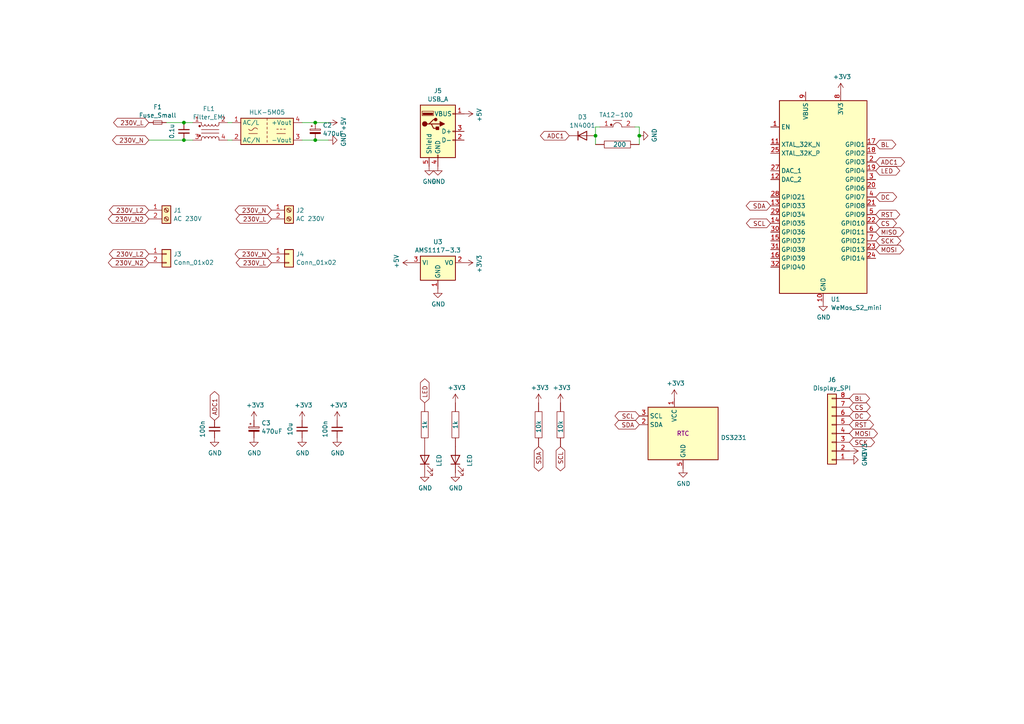
<source format=kicad_sch>
(kicad_sch (version 20250114) (generator "eeschema") (generator_version "9.0")
  (paper "A4")
  (title_block (title "PV Meter") (date "2025-05-28") (rev "4.20"))
  (lib_symbols
    (symbol "Connector:Screw_Terminal_01x02" (pin_names (offset 1.016) (hide yes))
      (property "Reference" "J" (at 0 2.54 0))
      (property "Value" "Screw_Terminal_01x02" (at 0 -5.08 0))
      (symbol "Screw_Terminal_01x02_1_1"
        (rectangle (start -1.27 1.27) (end 1.27 -3.81) (stroke (width 0.254)) (fill (type background)))
        (polyline (pts (xy -0.5334 0.3302) (xy 0.3302 -0.508)) (stroke (width 0.1524)))
        (polyline (pts (xy -0.5334 -2.2098) (xy 0.3302 -3.048)) (stroke (width 0.1524)))
        (polyline (pts (xy -0.3556 0.508) (xy 0.508 -0.3302)) (stroke (width 0.1524)))
        (polyline (pts (xy -0.3556 -2.032) (xy 0.508 -2.8702)) (stroke (width 0.1524)))
        (circle (center 0 0) (radius 0.635) (stroke (width 0.1524)))
        (circle (center 0 -2.54) (radius 0.635) (stroke (width 0.1524)))
        (pin passive line (at -5.08 0 0) (length 3.81) (name "Pin_1") (number "1"))
        (pin passive line (at -5.08 -2.54 0) (length 3.81) (name "Pin_2") (number "2"))
      )
    )
    (symbol "Connector:USB_A" (pin_names (offset 1.016))
      (property "Reference" "J" (at -5.08 11.43 0))
      (property "Value" "USB_A" (at -5.08 8.89 0))
      (symbol "USB_A_0_1"
        (rectangle (start -5.08 -7.62) (end 5.08 7.62) (stroke (width 0.254)) (fill (type background)))
        (circle (center -3.81 2.159) (radius 0.635) (stroke (width 0.254)) (fill (type outline)))
        (polyline (pts (xy -3.175 2.159) (xy -2.54 2.159) (xy -1.27 3.429) (xy -0.635 3.429)) (stroke (width 0.254)))
        (polyline (pts (xy -2.54 2.159) (xy -1.905 2.159) (xy -1.27 0.889) (xy 0 0.889)) (stroke (width 0.254)))
        (rectangle (start -1.524 4.826) (end -4.318 5.334) (fill (type outline)))
        (rectangle (start -1.27 4.572) (end -4.572 5.842))
        (circle (center -0.635 3.429) (radius 0.381) (stroke (width 0.254)) (fill (type outline)))
        (rectangle (start -0.127 -7.62) (end 0.127 -6.858))
        (rectangle (start 0.254 1.27) (end -0.508 0.508) (stroke (width 0.254)) (fill (type outline)))
        (polyline (pts (xy 0.635 2.794) (xy 0.635 1.524) (xy 1.905 2.159) (xy 0.635 2.794)) (stroke (width 0.254)) (fill (type outline)))
        (rectangle (start 5.08 4.953) (end 4.318 5.207))
        (rectangle (start 5.08 -0.127) (end 4.318 0.127))
        (rectangle (start 5.08 -2.667) (end 4.318 -2.413))
      )
      (symbol "USB_A_1_1"
        (polyline (pts (xy -1.905 2.159) (xy 0.635 2.159)) (stroke (width 0.254)))
        (pin passive line (at -2.54 -10.16 90) (length 2.54) (name "Shield") (number "5"))
        (pin power_in line (at 0 -10.16 90) (length 2.54) (name "GND") (number "4"))
        (pin power_in line (at 7.62 5.08 180) (length 2.54) (name "VBUS") (number "1"))
        (pin bidirectional line (at 7.62 0 180) (length 2.54) (name "D+") (number "3"))
        (pin bidirectional line (at 7.62 -2.54 180) (length 2.54) (name "D-") (number "2"))
      )
    )
    (symbol "Connector_Generic:Conn_01x02" (pin_names (offset 1.016) (hide yes))
      (property "Reference" "J" (at 0 2.54 0))
      (property "Value" "Conn_01x02" (at 0 -5.08 0))
      (symbol "Conn_01x02_1_1"
        (rectangle (start -1.27 1.27) (end 1.27 -3.81) (stroke (width 0.254)) (fill (type background)))
        (rectangle (start -1.27 0.127) (end 0 -0.127) (stroke (width 0.1524)))
        (rectangle (start -1.27 -2.413) (end 0 -2.667) (stroke (width 0.1524)))
        (pin passive line (at -5.08 0 0) (length 3.81) (name "Pin_1") (number "1"))
        (pin passive line (at -5.08 -2.54 0) (length 3.81) (name "Pin_2") (number "2"))
      )
    )
    (symbol "Connector_Generic:Conn_01x08" (pin_names (offset 1.016) (hide yes))
      (property "Reference" "J" (at 0 10.16 0))
      (property "Value" "Conn_01x08" (at 0 -12.7 0))
      (symbol "Conn_01x08_1_1"
        (rectangle (start -1.27 8.89) (end 1.27 -11.43) (stroke (width 0.254)) (fill (type background)))
        (rectangle (start -1.27 7.747) (end 0 7.493) (stroke (width 0.1524)))
        (rectangle (start -1.27 5.207) (end 0 4.953) (stroke (width 0.1524)))
        (rectangle (start -1.27 2.667) (end 0 2.413) (stroke (width 0.1524)))
        (rectangle (start -1.27 0.127) (end 0 -0.127) (stroke (width 0.1524)))
        (rectangle (start -1.27 -2.413) (end 0 -2.667) (stroke (width 0.1524)))
        (rectangle (start -1.27 -4.953) (end 0 -5.207) (stroke (width 0.1524)))
        (rectangle (start -1.27 -7.493) (end 0 -7.747) (stroke (width 0.1524)))
        (rectangle (start -1.27 -10.033) (end 0 -10.287) (stroke (width 0.1524)))
        (pin passive line (at -5.08 7.62 0) (length 3.81) (name "Pin_1") (number "1"))
        (pin passive line (at -5.08 5.08 0) (length 3.81) (name "Pin_2") (number "2"))
        (pin passive line (at -5.08 2.54 0) (length 3.81) (name "Pin_3") (number "3"))
        (pin passive line (at -5.08 0 0) (length 3.81) (name "Pin_4") (number "4"))
        (pin passive line (at -5.08 -2.54 0) (length 3.81) (name "Pin_5") (number "5"))
        (pin passive line (at -5.08 -5.08 0) (length 3.81) (name "Pin_6") (number "6"))
        (pin passive line (at -5.08 -7.62 0) (length 3.81) (name "Pin_7") (number "7"))
        (pin passive line (at -5.08 -10.16 0) (length 3.81) (name "Pin_8") (number "8"))
      )
    )
    (symbol "Converter_ACDC:HLK-5M05"
      (property "Reference" "PS" (at 0 5.08 0))
      (property "Value" "HLK-5M05" (at 0 -5.08 0))
      (symbol "HLK-5M05_0_1"
        (rectangle (start -7.62 3.81) (end 7.62 -3.81) (stroke (width 0.254)) (fill (type background)))
        (polyline (pts (xy -5.334 -0.635) (xy -2.794 -0.635)))
        (arc (start -4.064 0.635) (mid -4.699 0.2495) (end -5.334 0.635))
        (arc (start -4.064 0.635) (mid -3.429 1.0072) (end -2.794 0.635))
        (polyline (pts (xy 0 3.81) (xy 0 3.175)))
        (polyline (pts (xy 0 2.54) (xy 0 1.905)))
        (polyline (pts (xy 0 1.27) (xy 0 0.635)))
        (polyline (pts (xy 0 0) (xy 0 -0.635)))
        (polyline (pts (xy 0 -1.27) (xy 0 -1.905)))
        (polyline (pts (xy 0 -2.54) (xy 0 -3.175)))
        (polyline (pts (xy 2.794 0.635) (xy 3.302 0.635)))
        (polyline (pts (xy 2.794 -0.635) (xy 5.334 -0.635)))
        (polyline (pts (xy 3.81 0.635) (xy 4.318 0.635)))
        (polyline (pts (xy 4.826 0.635) (xy 5.334 0.635)))
      )
      (symbol "HLK-5M05_1_1"
        (pin power_in line (at -10.16 2.54 0) (length 2.54) (name "AC/L") (number "1"))
        (pin power_in line (at -10.16 -2.54 0) (length 2.54) (name "AC/N") (number "2"))
        (pin power_out line (at 10.16 2.54 180) (length 2.54) (name "+Vout") (number "4"))
        (pin power_out line (at 10.16 -2.54 180) (length 2.54) (name "-Vout") (number "3"))
      )
    )
    (symbol "Device:C_Polarized_Small" (pin_numbers (hide yes)) (pin_names (offset 0.254) (hide yes))
      (property "Reference" "C" (at 0.254 1.778 0))
      (property "Value" "C_Polarized_Small" (at 0.254 -2.032 0))
      (symbol "C_Polarized_Small_0_1"
        (rectangle (start -1.524 0.6858) (end 1.524 0.3048))
        (rectangle (start -1.524 -0.3048) (end 1.524 -0.6858) (fill (type outline)))
        (polyline (pts (xy -1.27 1.524) (xy -0.762 1.524)))
        (polyline (pts (xy -1.016 1.27) (xy -1.016 1.778)))
      )
      (symbol "C_Polarized_Small_1_1"
        (pin passive line (at 0 2.54 270) (length 1.8542) (name "~") (number "1"))
        (pin passive line (at 0 -2.54 90) (length 1.8542) (name "~") (number "2"))
      )
    )
    (symbol "Device:C_Small" (pin_numbers (hide yes)) (pin_names (offset 0.254) (hide yes))
      (property "Reference" "C" (at 0.254 1.778 0))
      (property "Value" "C_Small" (at 0.254 -2.032 0))
      (symbol "C_Small_0_1"
        (polyline (pts (xy -1.524 0.508) (xy 1.524 0.508)) (stroke (width 0.3048)))
        (polyline (pts (xy -1.524 -0.508) (xy 1.524 -0.508)) (stroke (width 0.3302)))
      )
      (symbol "C_Small_1_1"
        (pin passive line (at 0 2.54 270) (length 2.032) (name "~") (number "1"))
        (pin passive line (at 0 -2.54 90) (length 2.032) (name "~") (number "2"))
      )
    )
    (symbol "Device:Filter_EMI_CommonMode" (pin_names (offset 0.254) (hide yes))
      (property "Reference" "FL" (at 0 4.445 0))
      (property "Value" "Filter_EMI_CommonMode" (at 0 -4.445 0))
      (symbol "Filter_EMI_CommonMode_0_1"
        (circle (center -3.048 1.524) (radius 0.254) (fill (type outline)))
        (circle (center -3.048 -1.27) (radius 0.254) (fill (type outline)))
        (polyline (pts (xy -2.54 2.032) (xy -2.54 2.54)))
        (polyline (pts (xy -2.54 0.508) (xy 2.54 0.508)))
        (polyline (pts (xy -2.54 -2.032) (xy -2.54 -2.54)))
        (arc (start -1.524 2.032) (mid -2.032 1.5262) (end -2.54 2.032))
        (arc (start -2.54 -2.032) (mid -2.032 -1.5262) (end -1.524 -2.032))
        (arc (start -0.508 2.032) (mid -1.016 1.5262) (end -1.524 2.032))
        (arc (start -1.524 -2.032) (mid -1.016 -1.5262) (end -0.508 -2.032))
        (arc (start 0.508 2.032) (mid 0 1.5262) (end -0.508 2.032))
        (arc (start -0.508 -2.032) (mid 0 -1.5262) (end 0.508 -2.032))
        (arc (start 1.524 2.032) (mid 1.016 1.5262) (end 0.508 2.032))
        (arc (start 0.508 -2.032) (mid 1.016 -1.5262) (end 1.524 -2.032))
        (arc (start 2.54 2.032) (mid 2.032 1.5262) (end 1.524 2.032))
        (arc (start 1.524 -2.032) (mid 2.032 -1.5262) (end 2.54 -2.032))
        (polyline (pts (xy 2.54 2.54) (xy 2.54 2.032)))
        (polyline (pts (xy 2.54 -0.508) (xy -2.54 -0.508)))
        (polyline (pts (xy 2.54 -2.032) (xy 2.54 -2.54)))
      )
      (symbol "Filter_EMI_CommonMode_1_1"
        (pin passive line (at -5.08 2.54 0) (length 2.54) (name "1") (number "1"))
        (pin passive line (at -5.08 -2.54 0) (length 2.54) (name "3") (number "3"))
        (pin passive line (at 5.08 2.54 180) (length 2.54) (name "2") (number "2"))
        (pin passive line (at 5.08 -2.54 180) (length 2.54) (name "4") (number "4"))
      )
    )
    (symbol "Device:Fuse_Small" (pin_numbers (hide yes)) (pin_names (offset 0.254) (hide yes))
      (property "Reference" "F" (at 0 -1.524 0))
      (property "Value" "Fuse_Small" (at 0 1.524 0))
      (symbol "Fuse_Small_0_1"
        (rectangle (start -1.27 0.508) (end 1.27 -0.508))
        (polyline (pts (xy -1.27 0) (xy 1.27 0)))
      )
      (symbol "Fuse_Small_1_1"
        (pin passive line (at -2.54 0 0) (length 1.27) (name "~") (number "1"))
        (pin passive line (at 2.54 0 180) (length 1.27) (name "~") (number "2"))
      )
    )
    (symbol "Device:LED" (pin_numbers (hide yes)) (pin_names (offset 1.016) (hide yes))
      (property "Reference" "D" (at 0 2.54 0))
      (property "Value" "LED" (at 0 -2.54 0))
      (symbol "LED_0_1"
        (polyline (pts (xy -3.048 -0.762) (xy -4.572 -2.286) (xy -3.81 -2.286) (xy -4.572 -2.286) (xy -4.572 -1.524)))
        (polyline (pts (xy -1.778 -0.762) (xy -3.302 -2.286) (xy -2.54 -2.286) (xy -3.302 -2.286) (xy -3.302 -1.524)))
        (polyline (pts (xy -1.27 0) (xy 1.27 0)))
        (polyline (pts (xy -1.27 -1.27) (xy -1.27 1.27)) (stroke (width 0.254)))
        (polyline (pts (xy 1.27 -1.27) (xy 1.27 1.27) (xy -1.27 0) (xy 1.27 -1.27)) (stroke (width 0.254)))
      )
      (symbol "LED_1_1"
        (pin passive line (at -3.81 0 0) (length 2.54) (name "K") (number "1"))
        (pin passive line (at 3.81 0 180) (length 2.54) (name "A") (number "2"))
      )
    )
    (symbol "Diode:1N4001" (pin_numbers (hide yes)) (pin_names (hide yes))
      (property "Reference" "D" (at 0 2.54 0))
      (property "Value" "1N4001" (at 0 -2.54 0))
      (symbol "1N4001_0_1"
        (polyline (pts (xy -1.27 1.27) (xy -1.27 -1.27)) (stroke (width 0.254)))
        (polyline (pts (xy 1.27 1.27) (xy 1.27 -1.27) (xy -1.27 0) (xy 1.27 1.27)) (stroke (width 0.254)))
        (polyline (pts (xy 1.27 0) (xy -1.27 0)))
      )
      (symbol "1N4001_1_1"
        (pin passive line (at -3.81 0 0) (length 2.54) (name "K") (number "1"))
        (pin passive line (at 3.81 0 180) (length 2.54) (name "A") (number "2"))
      )
    )
    (symbol "Regulator_Linear:AMS1117-3.3"
      (property "Reference" "U" (at -3.81 3.175 0))
      (property "Value" "AMS1117-3.3" (at 0 3.175 0))
      (symbol "AMS1117-3.3_0_1"
        (rectangle (start -5.08 -5.08) (end 5.08 1.905) (stroke (width 0.254)) (fill (type background)))
      )
      (symbol "AMS1117-3.3_1_1"
        (pin power_in line (at -7.62 0 0) (length 2.54) (name "VI") (number "3"))
        (pin power_in line (at 0 -7.62 90) (length 2.54) (name "GND") (number "1"))
        (pin power_out line (at 7.62 0 180) (length 2.54) (name "VO") (number "2"))
      )
    )
    (symbol "Transformer:ZMCT103C"
      (property "Reference" "TR" (at 0 3.81 0))
      (property "Value" "ZMCT103C" (at 0 -2.54 0))
      (symbol "ZMCT103C_1_1"
        (circle (center -1.778 0.635) (radius 0.254) (fill (type outline)))
        (polyline (pts (xy -1.27 1.905) (xy 1.27 1.905)))
        (arc (start -1.27 0) (mid 0 1.2645) (end 1.27 0))
        (pin passive line (at -5.08 0 0) (length 3.81) (name "~") (number "1"))
        (pin passive line (at 5.08 0 180) (length 3.81) (name "~") (number "2"))
      )
    )
    (symbol "power:+3V3" (power) (pin_names (offset 0))
      (property "Value" "+3V3" (at 0 3.556 0))
      (symbol "+3V3_0_1"
        (polyline (pts (xy -0.762 1.27) (xy 0 2.54)))
        (polyline (pts (xy 0 2.54) (xy 0.762 1.27)))
        (polyline (pts (xy 0 0) (xy 0 2.54)))
      )
      (symbol "+3V3_1_1"
        (pin power_in line (at 0 0 90) (length 0) (hide yes) (name "+3V3") (number "1"))
      )
    )
    (symbol "power:GND" (power) (pin_names (offset 0))
      (property "Value" "GND" (at 0 -3.81 0))
      (symbol "GND_0_1"
        (polyline (pts (xy 0 0) (xy 0 -1.27) (xy 1.27 -1.27) (xy 0 -2.54) (xy -1.27 -1.27) (xy 0 -1.27)))
      )
      (symbol "GND_1_1"
        (pin power_in line (at 0 0 270) (length 0) (hide yes) (name "GND") (number "1"))
      )
    )
    (symbol "pvmeter-rescue:R-pspice" (pin_numbers (hide yes)) (pin_names (offset 0))
      (property "Reference" "R" (at 2.032 0 90))
      (property "Value" "pspice_R" (at 0 0 90))
      (symbol "R-pspice_0_1"
        (rectangle (start -1.016 3.81) (end 1.016 -3.81))
      )
      (symbol "R-pspice_1_1"
        (pin passive line (at 0 6.35 270) (length 2.54) (name "~") (number "1"))
        (pin passive line (at 0 -6.35 90) (length 2.54) (name "~") (number "2"))
      )
    )
    (symbol "pvmeter:DS3231"
      (property "Reference" "U2" (at 2.1941 -9.3401 0))
      (property "Value" "DS3231" (at 2.1941 -11.7644 0))
      (symbol "DS3231_0_1"
        (rectangle (start -10.16 7.62) (end 10.16 -7.62) (stroke (width 0.254)) (fill (type background)))
      )
      (symbol "DS3231_1_1"
        (pin input line (at -12.7 5.08 0) (length 2.54) (name "SCL") (number "3"))
        (pin bidirectional line (at -12.7 2.54 0) (length 2.54) (name "SDA") (number "2"))
        (pin power_in line (at -2.54 10.16 270) (length 2.54) (name "VCC") (number "1"))
        (pin power_in line (at 0 -10.16 90) (length 2.54) (name "GND") (number "5"))
      )
    )
    (symbol "pvmeter:WeMos_S2_mini"
      (property "Reference" "U" (at 2.54 -30.48 0))
      (property "Value" "WeMos_S2_mini" (at 2.54 -33.02 0))
      (symbol "WeMos_S2_mini_1_1"
        (rectangle (start -12.7 27.94) (end 12.7 -27.94) (stroke (width 0.254)) (fill (type background)))
        (pin input line (at -15.24 20.32 0) (length 2.54) (name "EN") (number "1"))
        (pin input line (at -15.24 15.24 0) (length 2.54) (name "XTAL_32K_N") (number "11"))
        (pin output line (at -15.24 12.7 0) (length 2.54) (name "XTAL_32K_P") (number "25"))
        (pin output line (at -15.24 7.62 0) (length 2.54) (name "DAC_1") (number "27"))
        (pin output line (at -15.24 5.08 0) (length 2.54) (name "DAC_2") (number "12"))
        (pin bidirectional line (at -15.24 0 0) (length 2.54) (name "GPIO21") (number "28"))
        (pin bidirectional line (at -15.24 -2.54 0) (length 2.54) (name "GPIO33") (number "13"))
        (pin bidirectional line (at -15.24 -5.08 0) (length 2.54) (name "GPIO34") (number "29"))
        (pin bidirectional line (at -15.24 -7.62 0) (length 2.54) (name "GPIO35") (number "14"))
        (pin bidirectional line (at -15.24 -10.16 0) (length 2.54) (name "GPIO36") (number "30"))
        (pin bidirectional line (at -15.24 -12.7 0) (length 2.54) (name "GPIO37") (number "15"))
        (pin bidirectional line (at -15.24 -15.24 0) (length 2.54) (name "GPIO38") (number "31"))
        (pin bidirectional line (at -15.24 -17.78 0) (length 2.54) (name "GPIO39") (number "16"))
        (pin bidirectional line (at -15.24 -20.32 0) (length 2.54) (name "GPIO40") (number "32"))
        (pin power_out line (at -5.08 30.48 270) (length 2.54) (name "VBUS") (number "9"))
        (pin power_in line (at 0 -30.48 90) (length 2.54) (name "GND") (number "10"))
        (pin passive line (at 0 -30.48 90) (length 2.54) (hide yes) (name "GND") (number "26"))
        (pin power_out line (at 5.08 30.48 270) (length 2.54) (name "3V3") (number "8"))
        (pin bidirectional line (at 15.24 15.24 180) (length 2.54) (name "GPIO1") (number "17"))
        (pin bidirectional line (at 15.24 12.7 180) (length 2.54) (name "GPIO2") (number "18"))
        (pin bidirectional line (at 15.24 10.16 180) (length 2.54) (name "GPIO3") (number "2"))
        (pin bidirectional line (at 15.24 7.62 180) (length 2.54) (name "GPIO4") (number "19"))
        (pin bidirectional line (at 15.24 5.08 180) (length 2.54) (name "GPIO5") (number "3"))
        (pin bidirectional line (at 15.24 2.54 180) (length 2.54) (name "GPIO6") (number "20"))
        (pin bidirectional line (at 15.24 0 180) (length 2.54) (name "GPIO7") (number "4"))
        (pin bidirectional line (at 15.24 -2.54 180) (length 2.54) (name "GPIO8") (number "21"))
        (pin bidirectional line (at 15.24 -5.08 180) (length 2.54) (name "GPIO9") (number "5"))
        (pin bidirectional line (at 15.24 -7.62 180) (length 2.54) (name "GPIO10") (number "22"))
        (pin bidirectional line (at 15.24 -10.16 180) (length 2.54) (name "GPIO11") (number "6"))
        (pin bidirectional line (at 15.24 -12.7 180) (length 2.54) (name "GPIO12") (number "7"))
        (pin bidirectional line (at 15.24 -15.24 180) (length 2.54) (name "GPIO13") (number "23"))
        (pin bidirectional line (at 15.24 -17.78 180) (length 2.54) (name "GPIO14") (number "24"))
      )
    )
  )
  (junction (at 53.34 40.64))
  (junction (at 53.34 35.56))
  (junction (at 91.44 40.64))
  (junction (at 91.44 35.56))
  (junction (at 185.42 39.37))
  (junction (at 172.72 39.37))
  (wire (pts (xy 87.63 40.64) (xy 91.44 40.64)))
  (wire (pts (xy 173.99 36.83) (xy 172.72 36.83)))
  (wire (pts (xy 172.72 36.83) (xy 172.72 39.37)))
  (wire (pts (xy 53.34 35.56) (xy 55.88 35.56)))
  (wire (pts (xy 53.34 40.64) (xy 55.88 40.64)))
  (wire (pts (xy 66.04 35.56) (xy 67.31 35.56)))
  (wire (pts (xy 185.42 39.37) (xy 185.42 41.91)))
  (wire (pts (xy 184.15 36.83) (xy 185.42 36.83)))
  (wire (pts (xy 185.42 36.83) (xy 185.42 39.37)))
  (wire (pts (xy 91.44 40.64) (xy 95.25 40.64)))
  (wire (pts (xy 91.44 35.56) (xy 95.25 35.56)))
  (wire (pts (xy 172.72 39.37) (xy 172.72 41.91)))
  (wire (pts (xy 87.63 35.56) (xy 91.44 35.56)))
  (wire (pts (xy 66.04 40.64) (xy 67.31 40.64)))
  (wire (pts (xy 48.26 35.56) (xy 53.34 35.56)))
  (wire (pts (xy 43.18 40.64) (xy 53.34 40.64)))
  (global_label "SCK" (shape bidirectional) (at 254 69.85 0) (property "Intersheetrefs" "${INTERSHEET_REFS}" (effects (hide yes))))
  (global_label "230V_N2" (shape bidirectional) (at 43.18 76.2 180) (property "Intersheetrefs" "${INTERSHEET_REFS}" (effects (hide yes))))
  (global_label "RST" (shape bidirectional) (at 254 62.23 0) (property "Intersheetrefs" "${INTERSHEET_REFS}" (effects (hide yes))))
  (global_label "230V_N" (shape bidirectional) (at 78.74 73.66 180) (property "Intersheetrefs" "${INTERSHEET_REFS}" (effects (hide yes))))
  (global_label "SDA" (shape bidirectional) (at 156.21 129.54 270) (property "Intersheetrefs" "${INTERSHEET_REFS}" (effects (hide yes))))
  (global_label "SCL" (shape bidirectional) (at 185.42 120.65 180) (property "Intersheetrefs" "${INTERSHEET_REFS}" (effects (hide yes))))
  (global_label "BL" (shape bidirectional) (at 246.38 115.57 0) (property "Intersheetrefs" "${INTERSHEET_REFS}" (effects (hide yes))))
  (global_label "230V_L2" (shape bidirectional) (at 43.18 73.66 180) (property "Intersheetrefs" "${INTERSHEET_REFS}" (effects (hide yes))))
  (global_label "LED" (shape bidirectional) (at 123.19 116.84 90) (property "Intersheetrefs" "${INTERSHEET_REFS}" (effects (hide yes))))
  (global_label "DC" (shape bidirectional) (at 246.38 120.65 0) (property "Intersheetrefs" "${INTERSHEET_REFS}" (effects (hide yes))))
  (global_label "230V_L" (shape bidirectional) (at 43.18 35.56 180) (property "Intersheetrefs" "${INTERSHEET_REFS}" (effects (hide yes))))
  (global_label "ADC1" (shape bidirectional) (at 254 46.99 0) (property "Intersheetrefs" "${INTERSHEET_REFS}" (effects (hide yes))))
  (global_label "ADC1" (shape bidirectional) (at 62.23 121.92 90) (property "Intersheetrefs" "${INTERSHEET_REFS}" (effects (hide yes))))
  (global_label "SCL" (shape bidirectional) (at 162.56 129.54 270) (property "Intersheetrefs" "${INTERSHEET_REFS}" (effects (hide yes))))
  (global_label "RST" (shape bidirectional) (at 246.38 123.19 0) (property "Intersheetrefs" "${INTERSHEET_REFS}" (effects (hide yes))))
  (global_label "230V_L2" (shape bidirectional) (at 43.18 60.96 180) (property "Intersheetrefs" "${INTERSHEET_REFS}" (effects (hide yes))))
  (global_label "SDA" (shape bidirectional) (at 223.52 59.69 180) (property "Intersheetrefs" "${INTERSHEET_REFS}" (effects (hide yes))))
  (global_label "LED" (shape bidirectional) (at 254 49.53 0) (property "Intersheetrefs" "${INTERSHEET_REFS}" (effects (hide yes))))
  (global_label "SCK" (shape bidirectional) (at 246.38 128.27 0) (property "Intersheetrefs" "${INTERSHEET_REFS}" (effects (hide yes))))
  (global_label "MOSI" (shape bidirectional) (at 246.38 125.73 0) (property "Intersheetrefs" "${INTERSHEET_REFS}" (effects (hide yes))))
  (global_label "230V_N" (shape bidirectional) (at 43.18 40.64 180) (property "Intersheetrefs" "${INTERSHEET_REFS}" (effects (hide yes))))
  (global_label "ADC1" (shape bidirectional) (at 165.1 39.37 180) (property "Intersheetrefs" "${INTERSHEET_REFS}" (effects (hide yes))))
  (global_label "CS" (shape bidirectional) (at 246.38 118.11 0) (property "Intersheetrefs" "${INTERSHEET_REFS}" (effects (hide yes))))
  (global_label "BL" (shape bidirectional) (at 254 41.91 0) (property "Intersheetrefs" "${INTERSHEET_REFS}" (effects (hide yes))))
  (global_label "CS" (shape bidirectional) (at 254 64.77 0) (property "Intersheetrefs" "${INTERSHEET_REFS}" (effects (hide yes))))
  (global_label "MOSI" (shape bidirectional) (at 254 72.39 0) (property "Intersheetrefs" "${INTERSHEET_REFS}" (effects (hide yes))))
  (global_label "MISO" (shape bidirectional) (at 254 67.31 0) (property "Intersheetrefs" "${INTERSHEET_REFS}" (effects (hide yes))))
  (global_label "230V_L" (shape bidirectional) (at 78.74 63.5 180) (property "Intersheetrefs" "${INTERSHEET_REFS}" (effects (hide yes))))
  (global_label "DC" (shape bidirectional) (at 254 57.15 0) (property "Intersheetrefs" "${INTERSHEET_REFS}" (effects (hide yes))))
  (global_label "230V_N" (shape bidirectional) (at 78.74 60.96 180) (property "Intersheetrefs" "${INTERSHEET_REFS}" (effects (hide yes))))
  (global_label "230V_L" (shape bidirectional) (at 78.74 76.2 180) (property "Intersheetrefs" "${INTERSHEET_REFS}" (effects (hide yes))))
  (global_label "SCL" (shape bidirectional) (at 223.52 64.77 180) (property "Intersheetrefs" "${INTERSHEET_REFS}" (effects (hide yes))))
  (global_label "230V_N2" (shape bidirectional) (at 43.18 63.5 180) (property "Intersheetrefs" "${INTERSHEET_REFS}" (effects (hide yes))))
  (global_label "SDA" (shape bidirectional) (at 185.42 123.19 180) (property "Intersheetrefs" "${INTERSHEET_REFS}" (effects (hide yes))))
  (symbol (lib_id "pvmeter-rescue:R-pspice") (at 123.19 123.19 0) (unit 1)
    (property "Reference" "R2" (effects (hide yes)))
    (property "Value" "1k" (at 123.19 124.46 90) (effects (justify left)))
    (property "Footprint" "Resistor_SMD:R_1206_3216Metric" (effects (hide yes)))
  )
  (symbol (lib_id "Device:LED") (at 123.19 133.35 90) (unit 1)
    (property "Reference" "D2" (effects (hide yes)))
    (property "Value" "LED" (at 127.3556 133.5532 0))
    (property "Footprint" "pvmeter:LED_PLCC_2835_Handsoldering" (effects (hide yes)))
  )
  (symbol (lib_id "power:GND") (at 62.23 127 0) (unit 1)
    (property "Reference" "#PWR020" (effects (hide yes)))
    (property "Value" "GND" (at 62.357 131.3942 0))
  )
  (symbol (lib_id "Device:C_Small") (at 62.23 124.46 0) (unit 1)
    (property "Reference" "C1" (effects (hide yes)))
    (property "Value" "100n" (at 58.7248 124.46 90))
    (property "Footprint" "Capacitor_SMD:C_1206_3216Metric_Pad1.33x1.80mm_HandSolder" (effects (hide yes)))
  )
  (symbol (lib_id "power:GND") (at 97.79 127 0) (unit 1)
    (property "Reference" "#PWR025" (effects (hide yes)))
    (property "Value" "GND" (at 97.917 131.3942 0))
  )
  (symbol (lib_id "power:+3V3") (at 134.62 33.02 270) (unit 1)
    (property "Reference" "#PWR07" (effects (hide yes)))
    (property "Value" "+5V" (at 139.0142 33.401 0))
  )
  (symbol (lib_id "power:+3V3") (at 162.56 116.84 0) (unit 1)
    (property "Reference" "#PWR08" (effects (hide yes)))
    (property "Value" "+3V3" (at 162.941 112.4458 0))
  )
  (symbol (lib_id "power:+3V3") (at 134.62 76.2 270) (unit 1)
    (property "Reference" "#PWR014" (effects (hide yes)))
    (property "Value" "+3V3" (at 139.0142 76.581 0))
  )
  (symbol (lib_id "Connector:USB_A") (at 127 38.1 0) (unit 1)
    (property "Reference" "J5" (at 127 26.3355 0))
    (property "Value" "USB_A" (at 127 28.7598 0))
    (property "Footprint" "Connector_USB:USB_A_Molex_67643_Horizontal" (effects (hide yes)))
    (property "Description" "USB Type A connector" (effects (hide yes)))
  )
  (symbol (lib_id "pvmeter:DS3231") (at 198.12 125.73 0) (unit 1)
    (property "Reference" "U2" (effects (hide yes)))
    (property "Value" "DS3231" (at 209.042 126.9421 0) (effects (justify left)))
    (property "Footprint" "pvmeter:RTC_DS3231" (effects (hide yes)))
    (property "Datasheet" "http://datasheets.maximintegrated.com/en/ds/DS3231.pdf" (effects (hide yes)))
    (property "Description" "Extremely Accurate I2C-Integrated RTC/TCXO/Crystal SOIC-16" (effects (hide yes)))
    (property "Label" "RTC" (at 198.12 125.73 0))
  )
  (symbol (lib_id "Device:C_Polarized_Small") (at 91.44 38.1 0) (unit 1)
    (property "Reference" "C2" (at 93.599 36.3417 0) (effects (justify left)))
    (property "Value" "470uF" (at 93.599 38.766 0) (effects (justify left)))
    (property "Footprint" "pvmeter:CP_Radial_D8.0mm_P5.00mm" (effects (hide yes)))
    (property "Description" "Polarized capacitor, small symbol" (effects (hide yes)))
  )
  (symbol (lib_id "pvmeter-rescue:R-pspice") (at 156.21 123.19 180) (unit 1)
    (property "Reference" "R3" (effects (hide yes)))
    (property "Value" "10k" (at 156.21 121.92 90) (effects (justify left)))
    (property "Footprint" "Resistor_SMD:R_1206_3216Metric" (effects (hide yes)))
  )
  (symbol (lib_id "pvmeter-rescue:R-pspice") (at 179.07 41.91 270) (unit 1)
    (property "Reference" "R5" (effects (hide yes)))
    (property "Value" "200" (at 177.8 41.91 90) (effects (justify left)))
    (property "Footprint" "Resistor_SMD:R_1206_3216Metric" (effects (hide yes)))
  )
  (symbol (lib_id "power:GND") (at 124.46 48.26 0) (unit 1)
    (property "Reference" "#PWR030" (effects (hide yes)))
    (property "Value" "GND" (at 124.587 52.6542 0))
  )
  (symbol (lib_id "power:GND") (at 123.19 137.16 0) (unit 1)
    (property "Reference" "#PWR026" (effects (hide yes)))
    (property "Value" "GND" (at 123.317 141.5542 0))
  )
  (symbol (lib_id "power:GND") (at 198.12 135.89 0) (unit 1)
    (property "Reference" "#PWR02" (effects (hide yes)))
    (property "Value" "GND" (at 198.247 140.2842 0))
  )
  (symbol (lib_id "power:+3V3") (at 132.08 116.84 0) (unit 1)
    (property "Reference" "#PWR012" (effects (hide yes)))
    (property "Value" "+3V3" (at 132.461 112.4458 0))
  )
  (symbol (lib_id "power:GND") (at 132.08 137.16 0) (unit 1)
    (property "Reference" "#PWR04" (effects (hide yes)))
    (property "Value" "GND" (at 132.207 141.5542 0))
  )
  (symbol (lib_id "Transformer:ZMCT103C") (at 179.07 36.83 0) (unit 1)
    (property "Reference" "TR1" (effects (hide yes)))
    (property "Value" "TA12-100" (at 178.689 33.3319 0))
    (property "Footprint" "pvmeter:Transformer_TA12-100" (effects (hide yes)))
    (property "Datasheet" "https://5krorwxhmqqirik.leadongcdn.com/ZMCT103C+specification-aidirBqoKomRilSjpimnokp.pdf" (effects (hide yes)))
    (property "Description" "Qingxian Zeming Langxi Electronic ZMCT103C current transformer 1000:1 10A" (effects (hide yes)))
  )
  (symbol (lib_id "power:+3V3") (at 73.66 121.92 0) (unit 1)
    (property "Reference" "#PWR031" (effects (hide yes)))
    (property "Value" "+3V3" (at 74.041 117.5258 0))
  )
  (symbol (lib_id "power:GND") (at 95.25 40.64 90) (unit 1)
    (property "Reference" "#PWR01" (effects (hide yes)))
    (property "Value" "GND" (at 99.6442 40.513 0))
  )
  (symbol (lib_id "pvmeter-rescue:R-pspice") (at 162.56 123.19 180) (unit 1)
    (property "Reference" "R4" (effects (hide yes)))
    (property "Value" "10k" (at 162.56 121.92 90) (effects (justify left)))
    (property "Footprint" "Resistor_SMD:R_1206_3216Metric" (effects (hide yes)))
  )
  (symbol (lib_id "power:+3V3") (at 156.21 116.84 0) (unit 1)
    (property "Reference" "#PWR05" (effects (hide yes)))
    (property "Value" "+3V3" (at 156.591 112.4458 0))
  )
  (symbol (lib_id "pvmeter:WeMos_S2_mini") (at 238.76 57.15 0) (unit 1)
    (property "Reference" "U1" (at 240.9541 86.8101 0) (effects (justify left)))
    (property "Value" "WeMos_S2_mini" (at 240.9541 89.2344 0) (effects (justify left)))
    (property "Footprint" "pvmeter:WEMOS-S2-mini" (effects (hide yes)))
    (property "Datasheet" "https://www.wemos.cc/en/latest/s2/s2_mini.html" (effects (hide yes)))
    (property "Description" "32-bit microcontroller module with WiFi" (effects (hide yes)))
  )
  (symbol (lib_id "Device:C_Small") (at 97.79 124.46 0) (unit 1)
    (property "Reference" "C4" (effects (hide yes)))
    (property "Value" "100n" (at 94.2848 124.46 90))
    (property "Footprint" "Capacitor_SMD:C_1206_3216Metric_Pad1.33x1.80mm_HandSolder" (effects (hide yes)))
  )
  (symbol (lib_id "Connector:Screw_Terminal_01x02") (at 48.26 60.96 0) (unit 1)
    (property "Reference" "J1" (at 50.292 61.0178 0) (effects (justify left)))
    (property "Value" "AC 230V" (at 50.292 63.4421 0) (effects (justify left)))
    (property "Footprint" "pvmeter:Terminal_1x02_P7.62mm" (effects (hide yes)))
    (property "Description" "Generic screw terminal, single row, 01x02, script generated (kicad-library-utils/schlib/autogen/connector/)" (effects (hide yes)))
  )
  (symbol (lib_id "Device:C_Polarized_Small") (at 73.66 124.46 0) (unit 1)
    (property "Reference" "C3" (at 75.819 122.7017 0) (effects (justify left)))
    (property "Value" "470uF" (at 75.819 125.126 0) (effects (justify left)))
    (property "Footprint" "pvmeter:CP_Radial_D8.0mm_P5.00mm" (effects (hide yes)))
    (property "Description" "Polarized capacitor, small symbol" (effects (hide yes)))
  )
  (symbol (lib_id "power:+3V3") (at 95.25 35.56 270) (unit 1)
    (property "Reference" "#PWR013" (effects (hide yes)))
    (property "Value" "+5V" (at 99.6442 35.941 0))
  )
  (symbol (lib_id "Device:Fuse_Small") (at 45.72 35.56 0) (unit 1)
    (property "Reference" "F1" (at 45.72 31.0345 0))
    (property "Value" "Fuse_Small" (at 45.72 33.4588 0))
    (property "Footprint" "Fuse:Fuse_2512_6332Metric_Pad1.52x3.35mm_HandSolder" (effects (hide yes)))
    (property "Description" "Fuse, small symbol" (effects (hide yes)))
  )
  (symbol (lib_id "power:+3V3") (at 119.38 76.2 90) (unit 1)
    (property "Reference" "#PWR018" (effects (hide yes)))
    (property "Value" "+5V" (at 114.9858 75.819 0))
  )
  (symbol (lib_id "power:GND") (at 238.76 87.63 0) (unit 1)
    (property "Reference" "#PWR03" (effects (hide yes)))
    (property "Value" "GND" (at 238.887 92.0242 0))
  )
  (symbol (lib_id "power:+3V3") (at 243.84 26.67 0) (unit 1)
    (property "Reference" "#PWR010" (effects (hide yes)))
    (property "Value" "+3V3" (at 244.221 22.2758 0))
  )
  (symbol (lib_id "power:+3V3") (at 97.79 121.92 0) (unit 1)
    (property "Reference" "#PWR024" (effects (hide yes)))
    (property "Value" "+3V3" (at 98.171 117.5258 0))
  )
  (symbol (lib_id "power:GND") (at 127 83.82 0) (unit 1)
    (property "Reference" "#PWR017" (effects (hide yes)))
    (property "Value" "GND" (at 127.127 88.2142 0))
  )
  (symbol (lib_id "pvmeter-rescue:R-pspice") (at 132.08 123.19 0) (unit 1)
    (property "Reference" "R1" (effects (hide yes)))
    (property "Value" "1k" (at 132.08 124.46 90) (effects (justify left)))
    (property "Footprint" "Resistor_SMD:R_1206_3216Metric" (effects (hide yes)))
  )
  (symbol (lib_id "power:+3V3") (at 87.63 121.92 0) (unit 1)
    (property "Reference" "#PWR06" (effects (hide yes)))
    (property "Value" "+3V3" (at 88.011 117.5258 0))
  )
  (symbol (lib_id "power:GND") (at 73.66 127 0) (unit 1)
    (property "Reference" "#PWR032" (effects (hide yes)))
    (property "Value" "GND" (at 73.787 131.3942 0))
  )
  (symbol (lib_id "power:GND") (at 185.42 39.37 90) (unit 1)
    (property "Reference" "#PWR015" (effects (hide yes)))
    (property "Value" "GND" (at 189.8142 39.243 0))
  )
  (symbol (lib_id "Device:C_Small") (at 87.63 124.46 0) (unit 1)
    (property "Reference" "C5" (effects (hide yes)))
    (property "Value" "10u" (at 84.1248 124.46 90))
    (property "Footprint" "Capacitor_SMD:C_1206_3216Metric_Pad1.33x1.80mm_HandSolder" (effects (hide yes)))
  )
  (symbol (lib_id "power:GND") (at 87.63 127 0) (unit 1)
    (property "Reference" "#PWR011" (effects (hide yes)))
    (property "Value" "GND" (at 87.757 131.3942 0))
  )
  (symbol (lib_id "Device:LED") (at 132.08 133.35 90) (unit 1)
    (property "Reference" "D1" (effects (hide yes)))
    (property "Value" "LED" (at 136.2456 133.5532 0))
    (property "Footprint" "pvmeter:LED_PLCC_2835_Handsoldering" (effects (hide yes)))
  )
  (symbol (lib_id "Connector:Screw_Terminal_01x02") (at 83.82 60.96 0) (unit 1)
    (property "Reference" "J2" (at 85.852 61.0178 0) (effects (justify left)))
    (property "Value" "AC 230V" (at 85.852 63.4421 0) (effects (justify left)))
    (property "Footprint" "pvmeter:Terminal_1x02_P7.62mm" (effects (hide yes)))
    (property "Description" "Generic screw terminal, single row, 01x02, script generated (kicad-library-utils/schlib/autogen/connector/)" (effects (hide yes)))
  )
  (symbol (lib_id "Connector_Generic:Conn_01x02") (at 48.26 73.66 0) (unit 1)
    (property "Reference" "J3" (at 50.292 73.7178 0) (effects (justify left)))
    (property "Value" "Conn_01x02" (at 50.292 76.1421 0) (effects (justify left)))
    (property "Footprint" "pvmeter:Solder-Terminal_1x02_P7.62" (effects (hide yes)))
    (property "Description" "Generic connector, single row, 01x02, script generated (kicad-library-utils/schlib/autogen/connector/)" (effects (hide yes)))
  )
  (symbol (lib_id "Device:Filter_EMI_CommonMode") (at 60.96 38.1 0) (unit 1)
    (property "Reference" "FL1" (at 60.579 31.5425 0))
    (property "Value" "Filter_EMI" (at 60.579 33.9668 0))
    (property "Footprint" "pvmeter:L_CommonMode_18x20mm_P10x13mm" (effects (hide yes)))
    (property "Description" "EMI 2-inductor common mode filter" (effects (hide yes)))
  )
  (symbol (lib_id "power:+3V3") (at 246.38 130.81 270) (unit 1)
    (property "Reference" "#PWR028" (effects (hide yes)))
    (property "Value" "+3V3" (at 250.7742 131.191 0))
  )
  (symbol (lib_id "Device:C_Small") (at 53.34 38.1 0) (unit 1)
    (property "Reference" "C6" (effects (hide yes)))
    (property "Value" "0.1u" (at 49.8348 38.1 90))
    (property "Footprint" "Capacitor_THT:C_Rect_L11.0mm_W5.3mm_P10.00mm_MKT" (effects (hide yes)))
    (property "Description" "100n 275V" (effects (hide yes)))
  )
  (symbol (lib_id "power:GND") (at 246.38 133.35 90) (unit 1)
    (property "Reference" "#PWR029" (effects (hide yes)))
    (property "Value" "GND" (at 250.7742 133.223 0))
  )
  (symbol (lib_id "Regulator_Linear:AMS1117-3.3") (at 127 76.2 0) (unit 1)
    (property "Reference" "U3" (at 127 70.1505 0))
    (property "Value" "AMS1117-3.3" (at 127 72.5748 0))
    (property "Footprint" "Package_TO_SOT_SMD:SOT-223" (effects (hide yes)))
    (property "Datasheet" "http://www.advanced-monolithic.com/pdf/ds1117.pdf" (effects (hide yes)))
    (property "Description" "1A Low Dropout regulator, positive, 3.3V fixed output, SOT-223" (effects (hide yes)))
  )
  (symbol (lib_id "Connector_Generic:Conn_01x08") (at 241.3 125.73 180) (unit 1)
    (property "Reference" "J6" (at 241.3 110.1555 0))
    (property "Value" "Display_SPI" (at 241.3 112.5798 0))
    (property "Footprint" "Connector_PinHeader_2.54mm:PinHeader_1x08_P2.54mm_Vertical" (effects (hide yes)))
    (property "Description" "Generic connector, single row, 01x08, script generated (kicad-library-utils/schlib/autogen/connector/)" (effects (hide yes)))
  )
  (symbol (lib_id "Diode:1N4001") (at 168.91 39.37 0) (unit 1)
    (property "Reference" "D3" (at 168.91 33.9555 0))
    (property "Value" "1N4001" (at 168.91 36.3798 0))
    (property "Footprint" "pvmeter:Diode_1N4001_5x2.5mm_HandSolder" (effects (hide yes)))
    (property "Datasheet" "http://www.vishay.com/docs/88503/1n4001.pdf" (effects (hide yes)))
    (property "Description" "50V 1A General Purpose Rectifier Diode, DO-41" (effects (hide yes)))
    (property "Sim.Device" "D" (effects (hide yes)))
    (property "Sim.Pins" "1=K 2=A" (effects (hide yes)))
  )
  (symbol (lib_id "power:GND") (at 127 48.26 0) (unit 1)
    (property "Reference" "#PWR016" (effects (hide yes)))
    (property "Value" "GND" (at 127.127 52.6542 0))
  )
  (symbol (lib_id "power:+3V3") (at 195.58 115.57 0) (unit 1)
    (property "Reference" "#PWR09" (effects (hide yes)))
    (property "Value" "+3V3" (at 195.961 111.1758 0))
  )
  (symbol (lib_id "Connector_Generic:Conn_01x02") (at 83.82 73.66 0) (unit 1)
    (property "Reference" "J4" (at 85.852 73.7178 0) (effects (justify left)))
    (property "Value" "Conn_01x02" (at 85.852 76.1421 0) (effects (justify left)))
    (property "Footprint" "pvmeter:Solder-Terminal_1x02_P7.62" (effects (hide yes)))
    (property "Description" "Generic connector, single row, 01x02, script generated (kicad-library-utils/schlib/autogen/connector/)" (effects (hide yes)))
  )
  (symbol (lib_id "Converter_ACDC:HLK-5M05") (at 77.47 38.1 0) (unit 1)
    (property "Reference" "PS1" (effects (hide yes)))
    (property "Value" "HLK-5M05" (at 77.47 32.5699 0))
    (property "Footprint" "pvmeter:HLK-5MXX" (effects (hide yes)))
    (property "Datasheet" "http://h.hlktech.com/download/ACDC%E7%94%B5%E6%BA%90%E6%A8%A1%E5%9D%975W%E7%B3%BB%E5%88%97/1/%E6%B5%B7%E5%87%8C%E7%A7%915W%E7%B3%BB%E5%88%97%E7%94%B5%E6%BA%90%E6%A8%A1%E5%9D%97%E8%A7%84%E6%A0%BC%E4%B9%A6V2.8.pdf" (effects (hide yes)))
    (property "Description" "Compact AC/DC board mount power module 5W, 5V 1A" (effects (hide yes)))
  )
)
</source>
